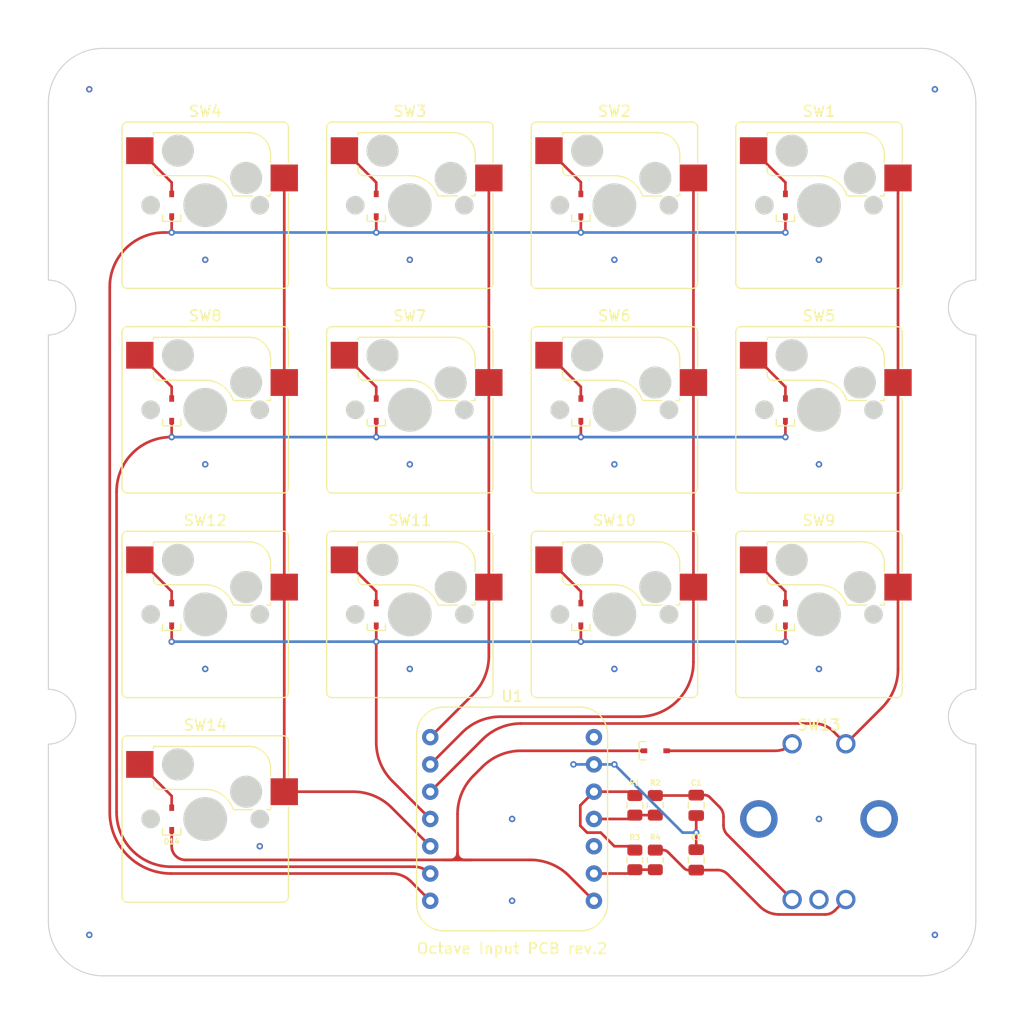
<source format=kicad_pcb>
(kicad_pcb (version 20211014) (generator pcbnew)
  (layers (0 "F.Cu" signal) (31 "B.Cu" signal) (34 "B.Paste" user) (35 "F.Paste" user) (36 "B.SilkS" user "B.Silkscreen") (37 "F.SilkS" user "F.Silkscreen") (38 "B.Mask" user) (39 "F.Mask" user) (44 "Edge.Cuts" user))
  (net 0 "")
  (net 1 "row0")
  (net 2 "row1")
  (net 3 "row2")
  (net 4 "row3")
  (net 5 "col0")
  (net 6 "col1")
  (net 7 "col2")
  (net 8 "col3")
  (net 9 "Net-(D1-Pad2)")
  (net 10 "Net-(D2-Pad2)")
  (net 11 "Net-(D3-Pad2)")
  (net 12 "Net-(D4-Pad2)")
  (net 13 "Net-(D5-Pad2)")
  (net 14 "Net-(D6-Pad2)")
  (net 15 "Net-(D7-Pad2)")
  (net 16 "Net-(D8-Pad2)")
  (net 17 "Net-(D9-Pad2)")
  (net 18 "Net-(D10-Pad2)")
  (net 19 "Net-(D11-Pad2)")
  (net 20 "Net-(D12-Pad2)")
  (net 21 "Net-(D14-Pad2)")
  (net 23 "SignalB")
  (net 24 "SignalA")
  (net 25 "+3V3")
  (net 26 "Net-(D13-Pad2)")
  (net 27 "A")
  (net 28 "B")
  (net 30 "GND")
  (footprint "Octave_Library:R_0805_2012Metric" (layer "F.Cu") (at 99.06 113.03 -90)
    (fp_text reference "R2" (at -2.1 0) (layer "F.SilkS") (effects (font (size 0.5 0.5) (thickness 0.1))))
    (fp_text value "10K")
    (pad "1" smd roundrect (at -0.9125 0 270) (size 1.025 1.4) (layers "F.Cu" "F.Paste" "F.Mask") (roundrect_rratio 0.243902) (net 28 "B"))
    (pad "2" smd roundrect (at 0.9125 0 270) (size 1.025 1.4) (layers "F.Cu" "F.Paste" "F.Mask") (roundrect_rratio 0.243902) (net 23 "SignalB"))
  )
  (footprint "Octave_Library:Adafruit_QT_Py_RP2040" (layer "F.Cu") (at 85.725 114.3)
    (fp_text reference "U1" (at 0 -11.43 unlocked) (layer "F.SilkS"))
    (fp_text value "Adafruit_QT_Py_RP2040")
    (pad "1" thru_hole circle (at -7.62 -7.62) (size 1.524 1.524) (drill 0.762) (layers *.Cu *.Mask) (net 7 "col2"))
    (pad "2" thru_hole circle (at -7.62 -5.08) (size 1.524 1.524) (drill 0.762) (layers *.Cu *.Mask) (net 6 "col1"))
    (pad "3" thru_hole circle (at -7.62 -2.54) (size 1.524 1.524) (drill 0.762) (layers *.Cu *.Mask) (net 5 "col0"))
    (pad "4" thru_hole circle (at -7.62 0) (size 1.524 1.524) (drill 0.762) (layers *.Cu *.Mask) (net 3 "row2"))
    (pad "5" thru_hole circle (at -7.62 2.54) (size 1.524 1.524) (drill 0.762) (layers *.Cu *.Mask) (net 8 "col3"))
    (pad "6" thru_hole circle (at -7.62 5.08) (size 1.524 1.524) (drill 0.762) (layers *.Cu *.Mask) (net 2 "row1"))
    (pad "7" thru_hole circle (at -7.62 7.62) (size 1.524 1.524) (drill 0.762) (layers *.Cu *.Mask) (net 1 "row0"))
    (pad "8" thru_hole circle (at 7.62 7.62) (size 1.524 1.524) (drill 0.762) (layers *.Cu *.Mask) (net 4 "row3"))
    (pad "9" thru_hole circle (at 7.62 5.08) (size 1.524 1.524) (drill 0.762) (layers *.Cu *.Mask) (net 24 "SignalA"))
    (pad "10" thru_hole circle (at 7.62 2.54) (size 1.524 1.524) (drill 0.762) (layers *.Cu *.Mask))
    (pad "11" thru_hole circle (at 7.62 0) (size 1.524 1.524) (drill 0.762) (layers *.Cu *.Mask) (net 23 "SignalB"))
    (pad "12" thru_hole circle (at 7.62 -2.54) (size 1.524 1.524) (drill 0.762) (layers *.Cu *.Mask) (net 25 "+3V3"))
    (pad "13" thru_hole circle (at 7.62 -5.08) (size 1.524 1.524) (drill 0.762) (layers *.Cu *.Mask) (net 30 "GND"))
    (pad "14" thru_hole circle (at 7.62 -7.62) (size 1.524 1.524) (drill 0.762) (layers *.Cu *.Mask))
  )
  (footprint "Octave_Library:Hot_Swap_Socket_CPG151101S11" (layer "F.Cu") (at 57.15 114.3)
    (fp_text reference "SW14" (at 0 -8.747 unlocked) (layer "F.SilkS"))
    (fp_text value "SW_Hot_Swap_Socket")
    (fp_circle (center 3.81 -2.54) (end 5.31 -2.54) (layer "Edge.Cuts") (width 0) (fill solid))
    (fp_circle (center 5.08 0) (end 5.9563 0) (layer "Edge.Cuts") (width 0) (fill solid))
    (fp_circle (center 0 0) (end 2.0447 0) (layer "Edge.Cuts") (width 0) (fill solid))
    (fp_circle (center -5.08 0) (end -4.2037 0) (layer "Edge.Cuts") (width 0) (fill solid))
    (fp_circle (center -2.54 -5.08) (end -1.04 -5.08) (layer "Edge.Cuts") (width 0) (fill solid))
    (pad "1" smd rect (at -6.09 -5.08) (size 2.55 2.5) (layers "F.Cu" "F.Paste" "F.Mask") (net 21 "Net-(D14-Pad2)"))
    (pad "2" smd rect (at 7.36 -2.54) (size 2.55 2.5) (layers "F.Cu" "F.Paste" "F.Mask") (net 8 "col3"))
  )
  (footprint "Octave_Library:Hot_Swap_Socket_CPG151101S11" (layer "F.Cu") (at 95.25 57.15)
    (fp_text reference "SW2" (at 0 -8.747 unlocked) (layer "F.SilkS"))
    (fp_text value "SW_Hot_Swap_Socket")
    (fp_circle (center 0 0) (end 2.0447 0) (layer "Edge.Cuts") (width 0) (fill solid))
    (fp_circle (center 3.81 -2.54) (end 5.31 -2.54) (layer "Edge.Cuts") (width 0) (fill solid))
    (fp_circle (center -2.54 -5.08) (end -1.04 -5.08) (layer "Edge.Cuts") (width 0) (fill solid))
    (fp_circle (center -5.08 0) (end -4.2037 0) (layer "Edge.Cuts") (width 0) (fill solid))
    (fp_circle (center 5.08 0) (end 5.9563 0) (layer "Edge.Cuts") (width 0) (fill solid))
    (pad "1" smd rect (at -6.09 -5.08) (size 2.55 2.5) (layers "F.Cu" "F.Paste" "F.Mask") (net 10 "Net-(D2-Pad2)"))
    (pad "2" smd rect (at 7.36 -2.54) (size 2.55 2.5) (layers "F.Cu" "F.Paste" "F.Mask") (net 6 "col1"))
  )
  (footprint "Octave_Library:C_0805_2012Metric" (layer "F.Cu") (at 102.87 118.11 -90)
    (fp_text reference "C2" (at -2.1 0) (layer "F.SilkS") (effects (font (size 0.5 0.5) (thickness 0.1))))
    (fp_text value "0.01u")
    (pad "1" smd roundrect (at -0.95 0 270) (size 1 1.45) (layers "F.Cu" "F.Paste" "F.Mask") (net 30 "GND"))
    (pad "2" smd roundrect (at 0.95 0 270) (size 1 1.45) (layers "F.Cu" "F.Paste" "F.Mask") (net 27 "A"))
  )
  (footprint "Octave_Library:D_SOD-323" (layer "F.Cu") (at 73.0758 57.15 90)
    (fp_text reference "D3" hide)
    (fp_text value "1N4148WS")
    (pad "1" smd rect (at -1.05 0 90) (size 0.6 0.45) (layers "F.Cu" "F.Paste" "F.Mask") (net 1 "row0"))
    (pad "2" smd rect (at 1.05 0 90) (size 0.6 0.45) (layers "F.Cu" "F.Paste" "F.Mask") (net 11 "Net-(D3-Pad2)"))
  )
  (footprint "Octave_Library:R_0805_2012Metric" (layer "F.Cu") (at 99.06 118.11 -90)
    (fp_text reference "R4" (at -2.1 0) (layer "F.SilkS") (effects (font (size 0.5 0.5) (thickness 0.1))))
    (fp_text value "10K")
    (pad "1" smd roundrect (at -0.9125 0 270) (size 1.025 1.4) (layers "F.Cu" "F.Paste" "F.Mask") (roundrect_rratio 0.243902) (net 27 "A"))
    (pad "2" smd roundrect (at 0.9125 0 270) (size 1.025 1.4) (layers "F.Cu" "F.Paste" "F.Mask") (roundrect_rratio 0.243902) (net 24 "SignalA"))
  )
  (footprint "Octave_Library:D_SOD-323" (layer "F.Cu") (at 54.0258 114.3 90)
    (fp_text reference "D14" (at -2.1 0 180) (layer "F.SilkS") (effects (font (size 0.5 0.5) (thickness 0.1))))
    (fp_text value "1N4148WS")
    (pad "1" smd rect (at -1.05 0 90) (size 0.6 0.45) (layers "F.Cu" "F.Paste" "F.Mask") (net 4 "row3"))
    (pad "2" smd rect (at 1.05 0 90) (size 0.6 0.45) (layers "F.Cu" "F.Paste" "F.Mask") (net 21 "Net-(D14-Pad2)"))
  )
  (footprint "Octave_Library:C_0805_2012Metric" (layer "F.Cu") (at 102.87 113.03 -90)
    (fp_text reference "C1" (at -2.1 0) (layer "F.SilkS") (effects (font (size 0.5 0.5) (thickness 0.1))))
    (fp_text value "0.01u")
    (pad "1" smd roundrect (at -0.95 0 270) (size 1 1.45) (layers "F.Cu" "F.Paste" "F.Mask") (net 28 "B"))
    (pad "2" smd roundrect (at 0.95 0 270) (size 1 1.45) (layers "F.Cu" "F.Paste" "F.Mask") (net 30 "GND"))
  )
  (footprint "Octave_Library:Hot_Swap_Socket_CPG151101S11" (layer "F.Cu") (at 95.25 95.25)
    (fp_text reference "SW10" (at 0 -8.747 unlocked) (layer "F.SilkS"))
    (fp_text value "SW_Hot_Swap_Socket")
    (fp_circle (center 5.08 0) (end 5.9563 0) (layer "Edge.Cuts") (width 0) (fill solid))
    (fp_circle (center 3.81 -2.54) (end 5.31 -2.54) (layer "Edge.Cuts") (width 0) (fill solid))
    (fp_circle (center 0 0) (end 2.0447 0) (layer "Edge.Cuts") (width 0) (fill solid))
    (fp_circle (center -2.54 -5.08) (end -1.04 -5.08) (layer "Edge.Cuts") (width 0) (fill solid))
    (fp_circle (center -5.08 0) (end -4.2037 0) (layer "Edge.Cuts") (width 0) (fill solid))
    (pad "1" smd rect (at -6.09 -5.08) (size 2.55 2.5) (layers "F.Cu" "F.Paste" "F.Mask") (net 18 "Net-(D10-Pad2)"))
    (pad "2" smd rect (at 7.36 -2.54) (size 2.55 2.5) (layers "F.Cu" "F.Paste" "F.Mask") (net 6 "col1"))
  )
  (footprint "Octave_Library:D_SOD-323" (layer "F.Cu") (at 99.06 107.95)
    (fp_text reference "D13" hide)
    (fp_text value "1N4148WS")
    (pad "1" smd rect (at -1.05 0) (size 0.6 0.45) (layers "F.Cu" "F.Paste" "F.Mask") (net 4 "row3"))
    (pad "2" smd rect (at 1.05 0) (size 0.6 0.45) (layers "F.Cu" "F.Paste" "F.Mask") (net 26 "Net-(D13-Pad2)"))
  )
  (footprint "Octave_Library:Hot_Swap_Socket_CPG151101S11" (layer "F.Cu") (at 57.15 76.2)
    (fp_text reference "SW8" (at 0 -8.747 unlocked) (layer "F.SilkS"))
    (fp_text value "SW_Hot_Swap_Socket")
    (fp_circle (center -2.54 -5.08) (end -1.04 -5.08) (layer "Edge.Cuts") (width 0) (fill solid))
    (fp_circle (center 3.81 -2.54) (end 5.31 -2.54) (layer "Edge.Cuts") (width 0) (fill solid))
    (fp_circle (center 0 0) (end 2.0447 0) (layer "Edge.Cuts") (width 0) (fill solid))
    (fp_circle (center -5.08 0) (end -4.2037 0) (layer "Edge.Cuts") (width 0) (fill solid))
    (fp_circle (center 5.08 0) (end 5.9563 0) (layer "Edge.Cuts") (width 0) (fill solid))
    (pad "1" smd rect (at -6.09 -5.08) (size 2.55 2.5) (layers "F.Cu" "F.Paste" "F.Mask") (net 16 "Net-(D8-Pad2)"))
    (pad "2" smd rect (at 7.36 -2.54) (size 2.55 2.5) (layers "F.Cu" "F.Paste" "F.Mask") (net 8 "col3"))
  )
  (footprint "Octave_Library:D_SOD-323" (layer "F.Cu") (at 54.0258 57.15 90)
    (fp_text reference "D4" hide)
    (fp_text value "1N4148WS")
    (pad "1" smd rect (at -1.05 0 90) (size 0.6 0.45) (layers "F.Cu" "F.Paste" "F.Mask") (net 1 "row0"))
    (pad "2" smd rect (at 1.05 0 90) (size 0.6 0.45) (layers "F.Cu" "F.Paste" "F.Mask") (net 12 "Net-(D4-Pad2)"))
  )
  (footprint "Octave_Library:Hot_Swap_Socket_CPG151101S11" (layer "F.Cu") (at 57.15 57.15)
    (fp_text reference "SW4" (at 0 -8.747 unlocked) (layer "F.SilkS"))
    (fp_text value "SW_Hot_Swap_Socket")
    (fp_circle (center 0 0) (end 2.0447 0) (layer "Edge.Cuts") (width 0) (fill solid))
    (fp_circle (center 5.08 0) (end 5.9563 0) (layer "Edge.Cuts") (width 0) (fill solid))
    (fp_circle (center -5.08 0) (end -4.2037 0) (layer "Edge.Cuts") (width 0) (fill solid))
    (fp_circle (center -2.54 -5.08) (end -1.04 -5.08) (layer "Edge.Cuts") (width 0) (fill solid))
    (fp_circle (center 3.81 -2.54) (end 5.31 -2.54) (layer "Edge.Cuts") (width 0) (fill solid))
    (pad "1" smd rect (at -6.09 -5.08) (size 2.55 2.5) (layers "F.Cu" "F.Paste" "F.Mask") (net 12 "Net-(D4-Pad2)"))
    (pad "2" smd rect (at 7.36 -2.54) (size 2.55 2.5) (layers "F.Cu" "F.Paste" "F.Mask") (net 8 "col3"))
  )
  (footprint "Octave_Library:Hot_Swap_Socket_CPG151101S11" (layer "F.Cu") (at 76.2 95.25)
    (fp_text reference "SW11" (at 0 -8.747 unlocked) (layer "F.SilkS"))
    (fp_text value "SW_Hot_Swap_Socket")
    (fp_circle (center 3.81 -2.54) (end 5.31 -2.54) (layer "Edge.Cuts") (width 0) (fill solid))
    (fp_circle (center -2.54 -5.08) (end -1.04 -5.08) (layer "Edge.Cuts") (width 0) (fill solid))
    (fp_circle (center -5.08 0) (end -4.2037 0) (layer "Edge.Cuts") (width 0) (fill solid))
    (fp_circle (center 5.08 0) (end 5.9563 0) (layer "Edge.Cuts") (width 0) (fill solid))
    (fp_circle (center 0 0) (end 2.0447 0) (layer "Edge.Cuts") (width 0) (fill solid))
    (pad "1" smd rect (at -6.09 -5.08) (size 2.55 2.5) (layers "F.Cu" "F.Paste" "F.Mask") (net 19 "Net-(D11-Pad2)"))
    (pad "2" smd rect (at 7.36 -2.54) (size 2.55 2.5) (layers "F.Cu" "F.Paste" "F.Mask") (net 7 "col2"))
  )
  (footprint "Octave_Library:D_SOD-323" (layer "F.Cu") (at 111.1758 57.15 90)
    (fp_text reference "D1" hide)
    (fp_text value "1N4148WS")
    (pad "1" smd rect (at -1.05 0 90) (size 0.6 0.45) (layers "F.Cu" "F.Paste" "F.Mask") (net 1 "row0"))
    (pad "2" smd rect (at 1.05 0 90) (size 0.6 0.45) (layers "F.Cu" "F.Paste" "F.Mask") (net 9 "Net-(D1-Pad2)"))
  )
  (footprint "Octave_Library:R_0805_2012Metric" (layer "F.Cu") (at 97.155 118.11 -90)
    (fp_text reference "R3" (at -2.1 0) (layer "F.SilkS") (effects (font (size 0.5 0.5) (thickness 0.1))))
    (fp_text value "10K")
    (pad "1" smd roundrect (at -0.9125 0 270) (size 1.025 1.4) (layers "F.Cu" "F.Paste" "F.Mask") (roundrect_rratio 0.243902) (net 25 "+3V3"))
    (pad "2" smd roundrect (at 0.9125 0 270) (size 1.025 1.4) (layers "F.Cu" "F.Paste" "F.Mask") (roundrect_rratio 0.243902) (net 24 "SignalA"))
  )
  (footprint "Octave_Library:D_SOD-323" (layer "F.Cu") (at 73.0758 76.2 90)
    (fp_text reference "D7" hide)
    (fp_text value "1N4148WS")
    (pad "1" smd rect (at -1.05 0 90) (size 0.6 0.45) (layers "F.Cu" "F.Paste" "F.Mask") (net 2 "row1"))
    (pad "2" smd rect (at 1.05 0 90) (size 0.6 0.45) (layers "F.Cu" "F.Paste" "F.Mask") (net 15 "Net-(D7-Pad2)"))
  )
  (footprint "Octave_Library:Hot_Swap_Socket_CPG151101S11" (layer "F.Cu") (at 114.3 57.15)
    (fp_text reference "SW1" (at 0 -8.747 unlocked) (layer "F.SilkS"))
    (fp_text value "SW_Hot_Swap_Socket")
    (fp_circle (center -5.08 0) (end -4.2037 0) (layer "Edge.Cuts") (width 0) (fill solid))
    (fp_circle (center -2.54 -5.08) (end -1.04 -5.08) (layer "Edge.Cuts") (width 0) (fill solid))
    (fp_circle (center 5.08 0) (end 5.9563 0) (layer "Edge.Cuts") (width 0) (fill solid))
    (fp_circle (center 0 0) (end 2.0447 0) (layer "Edge.Cuts") (width 0) (fill solid))
    (fp_circle (center 3.81 -2.54) (end 5.31 -2.54) (layer "Edge.Cuts") (width 0) (fill solid))
    (pad "1" smd rect (at -6.09 -5.08) (size 2.55 2.5) (layers "F.Cu" "F.Paste" "F.Mask") (net 9 "Net-(D1-Pad2)"))
    (pad "2" smd rect (at 7.36 -2.54) (size 2.55 2.5) (layers "F.Cu" "F.Paste" "F.Mask") (net 5 "col0"))
  )
  (footprint "Octave_Library:Hot_Swap_Socket_CPG151101S11" (layer "F.Cu") (at 76.2 57.15)
    (fp_text reference "SW3" (at 0 -8.747 unlocked) (layer "F.SilkS"))
    (fp_text value "SW_Hot_Swap_Socket")
    (fp_circle (center 3.81 -2.54) (end 5.31 -2.54) (layer "Edge.Cuts") (width 0) (fill solid))
    (fp_circle (center 0 0) (end 2.0447 0) (layer "Edge.Cuts") (width 0) (fill solid))
    (fp_circle (center -5.08 0) (end -4.2037 0) (layer "Edge.Cuts") (width 0) (fill solid))
    (fp_circle (center 5.08 0) (end 5.9563 0) (layer "Edge.Cuts") (width 0) (fill solid))
    (fp_circle (center -2.54 -5.08) (end -1.04 -5.08) (layer "Edge.Cuts") (width 0) (fill solid))
    (pad "1" smd rect (at -6.09 -5.08) (size 2.55 2.5) (layers "F.Cu" "F.Paste" "F.Mask") (net 11 "Net-(D3-Pad2)"))
    (pad "2" smd rect (at 7.36 -2.54) (size 2.55 2.5) (layers "F.Cu" "F.Paste" "F.Mask") (net 7 "col2"))
  )
  (footprint "Octave_Library:Hot_Swap_Socket_CPG151101S11" (layer "F.Cu") (at 114.3 76.2)
    (fp_text reference "SW5" (at 0 -8.747 unlocked) (layer "F.SilkS"))
    (fp_text value "SW_Hot_Swap_Socket")
    (fp_circle (center -5.08 0) (end -4.2037 0) (layer "Edge.Cuts") (width 0) (fill solid))
    (fp_circle (center 5.08 0) (end 5.9563 0) (layer "Edge.Cuts") (width 0) (fill solid))
    (fp_circle (center 3.81 -2.54) (end 5.31 -2.54) (layer "Edge.Cuts") (width 0) (fill solid))
    (fp_circle (center 0 0) (end 2.0447 0) (layer "Edge.Cuts") (width 0) (fill solid))
    (fp_circle (center -2.54 -5.08) (end -1.04 -5.08) (layer "Edge.Cuts") (width 0) (fill solid))
    (pad "1" smd rect (at -6.09 -5.08) (size 2.55 2.5) (layers "F.Cu" "F.Paste" "F.Mask") (net 13 "Net-(D5-Pad2)"))
    (pad "2" smd rect (at 7.36 -2.54) (size 2.55 2.5) (layers "F.Cu" "F.Paste" "F.Mask") (net 5 "col0"))
  )
  (footprint "Octave_Library:Hot_Swap_Socket_CPG151101S11" (layer "F.Cu") (at 95.25 76.2)
    (fp_text reference "SW6" (at 0 -8.747 unlocked) (layer "F.SilkS"))
    (fp_text value "SW_Hot_Swap_Socket")
    (fp_circle (center -5.08 0) (end -4.2037 0) (layer "Edge.Cuts") (width 0) (fill solid))
    (fp_circle (center 0 0) (end 2.0447 0) (layer "Edge.Cuts") (width 0) (fill solid))
    (fp_circle (center -2.54 -5.08) (end -1.04 -5.08) (layer "Edge.Cuts") (width 0) (fill solid))
    (fp_circle (center 5.08 0) (end 5.9563 0) (layer "Edge.Cuts") (width 0) (fill solid))
    (fp_circle (center 3.81 -2.54) (end 5.31 -2.54) (layer "Edge.Cuts") (width 0) (fill solid))
    (pad "1" smd rect (at -6.09 -5.08) (size 2.55 2.5) (layers "F.Cu" "F.Paste" "F.Mask") (net 14 "Net-(D6-Pad2)"))
    (pad "2" smd rect (at 7.36 -2.54) (size 2.55 2.5) (layers "F.Cu" "F.Paste" "F.Mask") (net 6 "col1"))
  )
  (footprint "Octave_Library:D_SOD-323" (layer "F.Cu") (at 111.1758 76.2 90)
    (fp_text reference "D5" hide)
    (fp_text value "1N4148WS")
    (pad "1" smd rect (at -1.05 0 90) (size 0.6 0.45) (layers "F.Cu" "F.Paste" "F.Mask") (net 2 "row1"))
    (pad "2" smd rect (at 1.05 0 90) (size 0.6 0.45) (layers "F.Cu" "F.Paste" "F.Mask") (net 13 "Net-(D5-Pad2)"))
  )
  (footprint "Octave_Library:D_SOD-323" (layer "F.Cu") (at 54.0258 76.2 90)
    (fp_text reference "D8" hide)
    (fp_text value "1N4148WS")
    (pad "1" smd rect (at -1.05 0 90) (size 0.6 0.45) (layers "F.Cu" "F.Paste" "F.Mask") (net 2 "row1"))
    (pad "2" smd rect (at 1.05 0 90) (size 0.6 0.45) (layers "F.Cu" "F.Paste" "F.Mask") (net 16 "Net-(D8-Pad2)"))
  )
  (footprint "Octave_Library:D_SOD-323" (layer "F.Cu") (at 92.1258 76.2 90)
    (fp_text reference "D6" hide)
    (fp_text value "1N4148WS")
    (pad "1" smd rect (at -1.05 0 90) (size 0.6 0.45) (layers "F.Cu" "F.Paste" "F.Mask") (net 2 "row1"))
    (pad "2" smd rect (at 1.05 0 90) (size 0.6 0.45) (layers "F.Cu" "F.Paste" "F.Mask") (net 14 "Net-(D6-Pad2)"))
  )
  (footprint "Octave_Library:D_SOD-323" (layer "F.Cu") (at 73.0758 95.25 90)
    (fp_text reference "D11" hide)
    (fp_text value "1N4148WS")
    (pad "1" smd rect (at -1.05 0 90) (size 0.6 0.45) (layers "F.Cu" "F.Paste" "F.Mask") (net 3 "row2"))
    (pad "2" smd rect (at 1.05 0 90) (size 0.6 0.45) (layers "F.Cu" "F.Paste" "F.Mask") (net 19 "Net-(D11-Pad2)"))
  )
  (footprint "Octave_Library:D_SOD-323" (layer "F.Cu") (at 54.0258 95.25 90)
    (fp_text reference "D12" hide)
    (fp_text value "1N4148WS")
    (pad "1" smd rect (at -1.05 0 90) (size 0.6 0.45) (layers "F.Cu" "F.Paste" "F.Mask") (net 3 "row2"))
    (pad "2" smd rect (at 1.05 0 90) (size 0.6 0.45) (layers "F.Cu" "F.Paste" "F.Mask") (net 20 "Net-(D12-Pad2)"))
  )
  (footprint "Octave_Library:Hot_Swap_Socket_CPG151101S11" (layer "F.Cu") (at 76.2 76.2)
    (fp_text reference "SW7" (at 0 -8.747 unlocked) (layer "F.SilkS"))
    (fp_text value "SW_Hot_Swap_Socket")
    (fp_circle (center -2.54 -5.08) (end -1.04 -5.08) (layer "Edge.Cuts") (width 0) (fill solid))
    (fp_circle (center 0 0) (end 2.0447 0) (layer "Edge.Cuts") (width 0) (fill solid))
    (fp_circle (center 3.81 -2.54) (end 5.31 -2.54) (layer "Edge.Cuts") (width 0) (fill solid))
    (fp_circle (center -5.08 0) (end -4.2037 0) (layer "Edge.Cuts") (width 0) (fill solid))
    (fp_circle (center 5.08 0) (end 5.9563 0) (layer "Edge.Cuts") (width 0) (fill solid))
    (pad "1" smd rect (at -6.09 -5.08) (size 2.55 2.5) (layers "F.Cu" "F.Paste" "F.Mask") (net 15 "Net-(D7-Pad2)"))
    (pad "2" smd rect (at 7.36 -2.54) (size 2.55 2.5) (layers "F.Cu" "F.Paste" "F.Mask") (net 7 "col2"))
  )
  (footprint "Octave_Library:Hot_Swap_Socket_CPG151101S11" (layer "F.Cu") (at 114.3 95.25)
    (fp_text reference "SW9" (at 0 -8.747 unlocked) (layer "F.SilkS"))
    (fp_text value "SW_Hot_Swap_Socket")
    (fp_circle (center 5.08 0) (end 5.9563 0) (layer "Edge.Cuts") (width 0) (fill solid))
    (fp_circle (center -2.54 -5.08) (end -1.04 -5.08) (layer "Edge.Cuts") (width 0) (fill solid))
    (fp_circle (center 0 0) (end 2.0447 0) (layer "Edge.Cuts") (width 0) (fill solid))
    (fp_circle (center -5.08 0) (end -4.2037 0) (layer "Edge.Cuts") (width 0) (fill solid))
    (fp_circle (center 3.81 -2.54) (end 5.31 -2.54) (layer "Edge.Cuts") (width 0) (fill solid))
    (pad "1" smd rect (at -6.09 -5.08) (size 2.55 2.5) (layers "F.Cu" "F.Paste" "F.Mask") (net 17 "Net-(D9-Pad2)"))
    (pad "2" smd rect (at 7.36 -2.54) (size 2.55 2.5) (layers "F.Cu" "F.Paste" "F.Mask") (net 5 "col0"))
  )
  (footprint "Octave_Library:Hot_Swap_Socket_CPG151101S11" (layer "F.Cu") (at 57.15 95.25)
    (fp_text reference "SW12" (at 0 -8.747 unlocked) (layer "F.SilkS"))
    (fp_text value "SW_Hot_Swap_Socket")
    (fp_circle (center -2.54 -5.08) (end -1.04 -5.08) (layer "Edge.Cuts") (width 0) (fill solid))
    (fp_circle (center 5.08 0) (end 5.9563 0) (layer "Edge.Cuts") (width 0) (fill solid))
    (fp_circle (center -5.08 0) (end -4.2037 0) (layer "Edge.Cuts") (width 0) (fill solid))
    (fp_circle (center 3.81 -2.54) (end 5.31 -2.54) (layer "Edge.Cuts") (width 0) (fill solid))
    (fp_circle (center 0 0) (end 2.0447 0) (layer "Edge.Cuts") (width 0) (fill solid))
    (pad "1" smd rect (at -6.09 -5.08) (size 2.55 2.5) (layers "F.Cu" "F.Paste" "F.Mask") (net 20 "Net-(D12-Pad2)"))
    (pad "2" smd rect (at 7.36 -2.54) (size 2.55 2.5) (layers "F.Cu" "F.Paste" "F.Mask") (net 8 "col3"))
  )
  (footprint "Octave_Library:D_SOD-323" (layer "F.Cu") (at 92.1258 57.15 90)
    (fp_text reference "D2" hide)
    (fp_text value "1N4148WS")
    (pad "1" smd rect (at -1.05 0 90) (size 0.6 0.45) (layers "F.Cu" "F.Paste" "F.Mask") (net 1 "row0"))
    (pad "2" smd rect (at 1.05 0 90) (size 0.6 0.45) (layers "F.Cu" "F.Paste" "F.Mask") (net 10 "Net-(D2-Pad2)"))
  )
  (footprint "Octave_Library:D_SOD-323" (layer "F.Cu") (at 111.1758 95.25 90)
    (fp_text reference "D9" hide)
    (fp_text value "1N4148WS")
    (pad "1" smd rect (at -1.05 0 90) (size 0.6 0.45) (layers "F.Cu" "F.Paste" "F.Mask") (net 3 "row2"))
    (pad "2" smd rect (at 1.05 0 90) (size 0.6 0.45) (layers "F.Cu" "F.Paste" "F.Mask") (net 17 "Net-(D9-Pad2)"))
  )
  (footprint "Octave_Library:D_SOD-323" (layer "F.Cu") (at 92.1258 95.25 90)
    (fp_text reference "D10" hide)
    (fp_text value "1N4148WS")
    (pad "1" smd rect (at -1.05 0 90) (size 0.6 0.45) (layers "F.Cu" "F.Paste" "F.Mask") (net 3 "row2"))
    (pad "2" smd rect (at 1.05 0 90) (size 0.6 0.45) (layers "F.Cu" "F.Paste" "F.Mask") (net 18 "Net-(D10-Pad2)"))
  )
  (footprint "Octave_Library:R_0805_2012Metric" (layer "F.Cu") (at 97.155 113.03 -90)
    (fp_text reference "R1" (at -2.1 0) (layer "F.SilkS") (effects (font (size 0.5 0.5) (thickness 0.1))))
    (fp_text value "10K")
    (pad "1" smd roundrect (at -0.9125 0 270) (size 1.025 1.4) (layers "F.Cu" "F.Paste" "F.Mask") (roundrect_rratio 0.243902) (net 25 "+3V3"))
    (pad "2" smd roundrect (at 0.9125 0 270) (size 1.025 1.4) (layers "F.Cu" "F.Paste" "F.Mask") (roundrect_rratio 0.243902) (net 23 "SignalB"))
  )
  (footprint "MountingHole:MountingHole_2.2mm_M2" (layer "B.Cu") (at 66.675 123.825 180)
    (fp_text reference "REF**" hide)
    (fp_text value "MountingHole_2.2mm_M2")
    (pad "" np_thru_hole circle (at 0 0 180) (size 2.2 2.2) (drill 2.2) (layers *.Cu *.Mask))
  )
  (footprint "MountingHole:MountingHole_2.2mm_M2" (layer "B.Cu") (at 104.775 47.625 180)
    (fp_text reference "REF**" hide)
    (fp_text value "MountingHole_2.2mm_M2")
    (pad "" np_thru_hole circle (at 0 0 180) (size 2.2 2.2) (drill 2.2) (layers *.Cu *.Mask))
  )
  (footprint "MountingHole:MountingHole_2.2mm_M2" (layer "B.Cu") (at 66.675 47.625 180)
    (fp_text reference "REF**" hide)
    (fp_text value "MountingHole_2.2mm_M2")
    (pad "" np_thru_hole circle (at 0 0 180) (size 2.2 2.2) (drill 2.2) (layers *.Cu *.Mask))
  )
  (footprint "Octave_Library:Incremental_Encoder_PEC12R-4xxxF-Sxxxx" (layer "B.Cu") (at 114.3 114.3 180)
    (fp_text reference "SW13" (at 0 8.747 unlocked) (layer "F.SilkS"))
    (fp_text value "Bourns_PEC12R-4xxxF-Sxxx")
    (pad "1" thru_hole circle (at -2.5 7 180) (size 1.8 1.8) (drill 1.2) (layers *.Cu *.Mask) (net 5 "col0"))
    (pad "2" thru_hole circle (at 2.5 7 180) (size 1.8 1.8) (drill 1.2) (layers *.Cu *.Mask) (net 26 "Net-(D13-Pad2)"))
    (pad "3" thru_hole circle (at -2.5 -7.5 180) (size 1.8 1.8) (drill 1.2) (layers *.Cu *.Mask) (net 27 "A"))
    (pad "4" thru_hole circle (at 0 -7.5 180) (size 1.8 1.8) (drill 1.2) (layers *.Cu *.Mask) (net 30 "GND"))
    (pad "5" thru_hole circle (at 2.5 -7.5 180) (size 1.8 1.8) (drill 1.2) (layers *.Cu *.Mask) (net 28 "B"))
    (pad "MH1" thru_hole circle (at 5.6 0 180) (size 3.5 3.5) (drill 2.3) (layers *.Cu *.Mask))
    (pad "MH2" thru_hole circle (at -5.6 0 180) (size 3.5 3.5) (drill 2.3) (layers *.Cu *.Mask))
  )
  (footprint "MountingHole:MountingHole_2.2mm_M2" (layer "B.Cu") (at 66.675 85.725 180)
    (fp_text reference "REF**" hide)
    (fp_text value "MountingHole_2.2mm_M2")
    (pad "" np_thru_hole circle (at 0 0 180) (size 2.2 2.2) (drill 2.2) (layers *.Cu *.Mask))
  )
  (footprint "MountingHole:MountingHole_2.2mm_M2" (layer "B.Cu") (at 104.775 85.725 180)
    (fp_text reference "REF**" hide)
    (fp_text value "MountingHole_2.2mm_M2")
    (pad "" np_thru_hole circle (at 0 0 180) (size 2.2 2.2) (drill 2.2) (layers *.Cu *.Mask))
  )
  (footprint "MountingHole:MountingHole_2.2mm_M2" (layer "B.Cu") (at 104.775 123.825 180)
    (fp_text reference "REF**" hide)
    (fp_text value "MountingHole_2.2mm_M2")
    (pad "" np_thru_hole circle (at 0 0 180) (size 2.2 2.2) (drill 2.2) (layers *.Cu *.Mask))
  )
  (gr_line (start 42.545 69.225) (end 42.545 102.225) (layer "Edge.Cuts") (width 0.1))
  (gr_line (start 47.625 128.905) (end 123.825 128.905) (layer "Edge.Cuts") (width 0.1))
  (gr_line (start 128.905 102.225) (end 128.905 69.225) (layer "Edge.Cuts") (width 0.1))
  (gr_arc (start 42.545 102.225) (mid 45.095 104.775) (end 42.545 107.325) (layer "Edge.Cuts") (width 0.1))
  (gr_arc (start 47.625 128.905) (mid 44.032898 127.417102) (end 42.545 123.825) (layer "Edge.Cuts") (width 0.1))
  (gr_line (start 123.825 42.545) (end 47.625 42.545) (layer "Edge.Cuts") (width 0.1))
  (gr_arc (start 128.905 123.825) (mid 127.417102 127.417102) (end 123.825 128.905) (layer "Edge.Cuts") (width 0.1))
  (gr_line (start 128.905 123.825) (end 128.905 107.325) (layer "Edge.Cuts") (width 0.1))
  (gr_arc (start 42.545 47.625) (mid 44.032898 44.032898) (end 47.625 42.545) (layer "Edge.Cuts") (width 0.1))
  (gr_arc (start 123.825 42.545) (mid 127.417102 44.032898) (end 128.905 47.625) (layer "Edge.Cuts") (width 0.1))
  (gr_arc (start 128.905 107.325) (mid 126.355 104.775) (end 128.905 102.225) (layer "Edge.Cuts") (width 0.1))
  (gr_line (start 128.905 64.125) (end 128.905 47.625) (layer "Edge.Cuts") (width 0.1))
  (gr_arc (start 42.545 64.125) (mid 45.095 66.675) (end 42.545 69.225) (layer "Edge.Cuts") (width 0.1))
  (gr_line (start 42.545 47.625) (end 42.545 64.125) (layer "Edge.Cuts") (width 0.1))
  (gr_line (start 42.545 107.325) (end 42.545 123.825) (layer "Edge.Cuts") (width 0.1))
  (gr_arc (start 128.905 69.225) (mid 126.355 66.675) (end 128.905 64.125) (layer "Edge.Cuts") (width 0.1))
  (gr_text "Octave Input PCB rev.2" (at 85.725 126.365) (layer "F.SilkS") (effects (font (size 1 1))))
  (segment (start 53.34 59.69) (end 54.0258 59.69) (width 0.25) (layer "F.Cu") (net 1))
  (segment (start 111.1758 58.2) (end 111.1758 59.69) (width 0.25) (layer "F.Cu") (net 1))
  (segment (start 92.1258 58.2) (end 92.1258 59.69) (width 0.25) (layer "F.Cu") (net 1))
  (segment (start 48.26 113.665) (end 48.26 64.77) (width 0.25) (layer "F.Cu") (net 1))
  (segment (start 73.0758 58.2) (end 73.0758 59.69) (width 0.25) (layer "F.Cu") (net 1))
  (segment (start 54.0258 58.2) (end 54.0258 59.69) (width 0.25) (layer "F.Cu") (net 1))
  (segment (start 74.512898 119.38) (end 53.975 119.38) (width 0.25) (layer "F.Cu") (net 1))
  (segment (start 78.105 121.92) (end 76.308949 120.123949) (width 0.25) (layer "F.Cu") (net 1))
  (via (at 111.1758 59.69) (size 0.6) (drill 0.3) (layers "F.Cu" "B.Cu") (net 1))
  (via (at 92.1258 59.69) (size 0.6) (drill 0.3) (layers "F.Cu" "B.Cu") (net 1))
  (via (at 54.0258 59.69) (size 0.6) (drill 0.3) (layers "F.Cu" "B.Cu") (net 1))
  (via (at 73.0758 59.69) (size 0.6) (drill 0.3) (layers "F.Cu" "B.Cu") (net 1))
  (arc (start 48.26 64.77) (mid 49.747898 61.177898) (end 53.34 59.69) (width 0.25) (layer "F.Cu") (net 1))
  (arc (start 53.975 119.38) (mid 49.933885 117.706115) (end 48.26 113.665) (width 0.25) (layer "F.Cu") (net 1))
  (arc (start 76.308949 120.123949) (mid 75.484914 119.573346) (end 74.512898 119.38) (width 0.25) (layer "F.Cu") (net 1))
  (segment (start 111.1758 59.69) (end 54.0258 59.69) (width 0.25) (layer "B.Cu") (net 1))
  (segment (start 111.1758 77.25) (end 111.1758 78.74) (width 0.25) (layer "F.Cu") (net 2))
  (segment (start 54.0258 78.74) (end 53.975 78.74) (width 0.25) (layer "F.Cu") (net 2))
  (segment (start 48.895 83.82) (end 48.895 113.665) (width 0.25) (layer "F.Cu") (net 2))
  (segment (start 53.975 118.745) (end 76.571975 118.745) (width 0.25) (layer "F.Cu") (net 2))
  (segment (start 73.0758 77.25) (end 73.0758 78.74) (width 0.25) (layer "F.Cu") (net 2))
  (segment (start 92.1258 77.25) (end 92.1258 78.74) (width 0.25) (layer "F.Cu") (net 2))
  (segment (start 54.0258 78.74) (end 54.0258 77.25) (width 0.25) (layer "F.Cu") (net 2))
  (via (at 54.0258 78.74) (size 0.6) (drill 0.3) (layers "F.Cu" "B.Cu") (net 2))
  (via (at 73.0758 78.74) (size 0.6) (drill 0.3) (layers "F.Cu" "B.Cu") (net 2))
  (via (at 92.1258 78.74) (size 0.6) (drill 0.3) (layers "F.Cu" "B.Cu") (net 2))
  (via (at 111.1758 78.74) (size 0.6) (drill 0.3) (layers "F.Cu" "B.Cu") (net 2))
  (arc (start 53.975 78.74) (mid 50.382898 80.227898) (end 48.895 83.82) (width 0.25) (layer "F.Cu") (net 2))
  (arc (start 76.571975 118.745) (mid 77.401642 118.910031) (end 78.105 119.38) (width 0.25) (layer "F.Cu") (net 2))
  (arc (start 48.895 113.665) (mid 50.382898 117.257102) (end 53.975 118.745) (width 0.25) (layer "F.Cu") (net 2))
  (segment (start 111.1758 78.74) (end 54.0258 78.74) (width 0.25) (layer "B.Cu") (net 2))
  (segment (start 73.0758 97.79) (end 73.0758 107.166595) (width 0.25) (layer "F.Cu") (net 3))
  (segment (start 74.563698 110.758698) (end 78.105 114.3) (width 0.25) (layer "F.Cu") (net 3))
  (segment (start 92.1258 96.3) (end 92.1258 97.79) (width 0.25) (layer "F.Cu") (net 3))
  (segment (start 111.1758 96.3) (end 111.1758 97.79) (width 0.25) (layer "F.Cu") (net 3))
  (segment (start 54.0258 97.79) (end 54.0258 96.3) (width 0.25) (layer "F.Cu") (net 3))
  (segment (start 73.0758 96.3) (end 73.0758 97.79) (width 0.25) (layer "F.Cu") (net 3))
  (via (at 111.1758 97.79) (size 0.6) (drill 0.3) (layers "F.Cu" "B.Cu") (net 3))
  (via (at 73.0758 97.79) (size 0.6) (drill 0.3) (layers "F.Cu" "B.Cu") (net 3))
  (via (at 54.0258 97.79) (size 0.6) (drill 0.3) (layers "F.Cu" "B.Cu") (net 3))
  (via (at 92.1258 97.79) (size 0.6) (drill 0.3) (layers "F.Cu" "B.Cu") (net 3))
  (arc (start 74.563698 110.758698) (mid 73.462492 109.110627) (end 73.0758 107.166595) (width 0.25) (layer "F.Cu") (net 3))
  (segment (start 54.0258 97.79) (end 111.1758 97.79) (width 0.25) (layer "B.Cu") (net 3))
  (segment (start 98.01 107.95) (end 86.559205 107.95) (width 0.25) (layer "F.Cu") (net 4))
  (segment (start 81.28 118.11) (end 81.915 118.11) (width 0.25) (layer "F.Cu") (net 4))
  (segment (start 54.0258 116.84) (end 54.0258 115.35) (width 0.25) (layer "F.Cu") (net 4))
  (segment (start 81.915 118.11) (end 87.430795 118.11) (width 0.25) (layer "F.Cu") (net 4))
  (segment (start 80.645 117.475) (end 80.645 118.11) (width 0.25) (layer "F.Cu") (net 4))
  (segment (start 80.645 113.864205) (end 80.645 117.475) (width 0.25) (layer "F.Cu") (net 4))
  (segment (start 55.2958 118.11) (end 79.375 118.11) (width 0.25) (layer "F.Cu") (net 4))
  (segment (start 91.022898 119.597898) (end 93.345 121.92) (width 0.25) (layer "F.Cu") (net 4))
  (segment (start 80.01 118.11) (end 79.375 118.11) (width 0.25) (layer "F.Cu") (net 4))
  (segment (start 82.967102 109.437898) (end 82.132897 110.272103) (width 0.25) (layer "F.Cu") (net 4))
  (segment (start 80.645 118.11) (end 81.915 118.11) (width 0.25) (layer "F.Cu") (net 4))
  (segment (start 79.375 118.11) (end 80.645 118.11) (width 0.25) (layer "F.Cu") (net 4))
  (arc (start 80.645 117.475) (mid 80.830987 117.924013) (end 81.28 118.11) (width 0.25) (layer "F.Cu") (net 4))
  (arc (start 55.2958 118.11) (mid 54.397774 117.738026) (end 54.0258 116.84) (width 0.25) (layer "F.Cu") (net 4))
  (arc (start 82.132897 110.272103) (mid 81.031692 111.920173) (end 80.645 113.864205) (width 0.25) (layer "F.Cu") (net 4))
  (arc (start 91.022898 119.597898) (mid 89.374827 118.496692) (end 87.430795 118.11) (width 0.25) (layer "F.Cu") (net 4))
  (arc (start 80.645 117.475) (mid 80.459013 117.924013) (end 80.01 118.11) (width 0.25) (layer "F.Cu") (net 4))
  (arc (start 86.559205 107.95) (mid 84.615173 108.336692) (end 82.967102 109.437898) (width 0.25) (layer "F.Cu") (net 4))
  (segment (start 121.66 73.66) (end 121.66 92.71) (width 0.25) (layer "F.Cu") (net 5))
  (segment (start 78.105 111.76) (end 82.967103 106.897897) (width 0.25) (layer "F.Cu") (net 5))
  (segment (start 116.796519 107.3) (end 116.8 107.3) (width 0.25) (layer "F.Cu") (net 5))
  (segment (start 120.172102 103.927898) (end 116.8 107.3) (width 0.25) (layer "F.Cu") (net 5))
  (segment (start 115.534603 106.038084) (end 116.796519 107.3) (width 0.25) (layer "F.Cu") (net 5))
  (segment (start 121.66 92.71) (end 121.66 100.335795) (width 0.25) (layer "F.Cu") (net 5))
  (segment (start 121.66 54.61) (end 121.66 73.66) (width 0.25) (layer "F.Cu") (net 5))
  (segment (start 86.559205 105.41) (end 113.857898 105.41) (width 0.25) (layer "F.Cu") (net 5))
  (arc (start 121.66 100.335795) (mid 121.273308 102.279827) (end 120.172102 103.927898) (width 0.25) (layer "F.Cu") (net 5))
  (arc (start 113.857898 105.41) (mid 114.752613 105.572799) (end 115.534603 106.038084) (width 0.25) (layer "F.Cu") (net 5))
  (arc (start 82.967103 106.897897) (mid 84.615173 105.796692) (end 86.559205 105.41) (width 0.25) (layer "F.Cu") (net 5))
  (segment (start 81.062102 106.262898) (end 78.105 109.22) (width 0.25) (layer "F.Cu") (net 6))
  (segment (start 97.53 104.775) (end 84.654205 104.775) (width 0.25) (layer "F.Cu") (net 6))
  (segment (start 102.61 92.71) (end 102.61 99.695) (width 0.25) (layer "F.Cu") (net 6))
  (segment (start 102.61 54.61) (end 102.61 92.71) (width 0.25) (layer "F.Cu") (net 6))
  (arc (start 102.61 99.695) (mid 101.122102 103.287102) (end 97.53 104.775) (width 0.25) (layer "F.Cu") (net 6))
  (arc (start 84.654205 104.775) (mid 82.710173 105.161692) (end 81.062102 106.262898) (width 0.25) (layer "F.Cu") (net 6))
  (segment (start 83.56 92.71) (end 83.56 99.120795) (width 0.25) (layer "F.Cu") (net 7))
  (segment (start 83.56 54.61) (end 83.56 92.71) (width 0.25) (layer "F.Cu") (net 7))
  (segment (start 82.072102 102.712898) (end 78.105 106.68) (width 0.25) (layer "F.Cu") (net 7))
  (arc (start 83.56 99.120795) (mid 83.173308 101.064827) (end 82.072102 102.712898) (width 0.25) (layer "F.Cu") (net 7))
  (segment (start 74.512898 113.247898) (end 78.105 116.84) (width 0.25) (layer "F.Cu") (net 8))
  (segment (start 64.51 111.76) (end 70.920795 111.76) (width 0.25) (layer "F.Cu") (net 8))
  (segment (start 64.51 54.61) (end 64.51 105.029) (width 0.25) (layer "F.Cu") (net 8))
  (segment (start 64.51 105.029) (end 64.51 111.76) (width 0.25) (layer "F.Cu") (net 8))
  (arc (start 74.512898 113.247898) (mid 72.864827 112.146692) (end 70.920795 111.76) (width 0.25) (layer "F.Cu") (net 8))
  (segment (start 111.1758 56.12) (end 111.1758 55.0308) (width 0.25) (layer "F.Cu") (net 9))
  (segment (start 109.485 53.34) (end 108.21 52.09) (width 0.25) (layer "F.Cu") (net 9))
  (segment (start 111.1758 55.0308) (end 109.485 53.34) (width 0.25) (layer "F.Cu") (net 9))
  (segment (start 92.1258 55.0108) (end 90.435 53.32) (width 0.25) (layer "F.Cu") (net 10))
  (segment (start 90.435 53.32) (end 89.16 52.07) (width 0.25) (layer "F.Cu") (net 10))
  (segment (start 92.1258 56.1) (end 92.1258 55.0108) (width 0.25) (layer "F.Cu") (net 10))
  (segment (start 73.0758 56.12) (end 73.0758 55.0308) (width 0.25) (layer "F.Cu") (net 11))
  (segment (start 71.385 53.34) (end 70.11 52.09) (width 0.25) (layer "F.Cu") (net 11))
  (segment (start 73.0758 55.0308) (end 71.385 53.34) (width 0.25) (layer "F.Cu") (net 11))
  (segment (start 52.335 53.34) (end 51.06 52.09) (width 0.25) (layer "F.Cu") (net 12))
  (segment (start 54.0258 56.12) (end 54.0258 55.0308) (width 0.25) (layer "F.Cu") (net 12))
  (segment (start 54.0258 55.0308) (end 52.335 53.34) (width 0.25) (layer "F.Cu") (net 12))
  (segment (start 109.485 72.37) (end 108.21 71.12) (width 0.25) (layer "F.Cu") (net 13))
  (segment (start 111.1758 75.15) (end 111.1758 74.0608) (width 0.25) (layer "F.Cu") (net 13))
  (segment (start 111.1758 74.0608) (end 109.485 72.37) (width 0.25) (layer "F.Cu") (net 13))
  (segment (start 92.1258 75.15) (end 92.1258 74.0608) (width 0.25) (layer "F.Cu") (net 14))
  (segment (start 90.435 72.37) (end 89.16 71.12) (width 0.25) (layer "F.Cu") (net 14))
  (segment (start 92.1258 74.0608) (end 90.435 72.37) (width 0.25) (layer "F.Cu") (net 14))
  (segment (start 73.0758 75.15) (end 73.0758 74.0608) (width 0.25) (layer "F.Cu") (net 15))
  (segment (start 71.385 72.37) (end 70.11 71.12) (width 0.25) (layer "F.Cu") (net 15))
  (segment (start 73.0758 74.0608) (end 71.385 72.37) (width 0.25) (layer "F.Cu") (net 15))
  (segment (start 54.0258 74.0608) (end 52.335 72.37) (width 0.25) (layer "F.Cu") (net 16))
  (segment (start 54.0258 75.15) (end 54.0258 74.0608) (width 0.25) (layer "F.Cu") (net 16))
  (segment (start 52.335 72.37) (end 51.06 71.12) (width 0.25) (layer "F.Cu") (net 16))
  (segment (start 111.1758 93.1108) (end 109.485 91.42) (width 0.25) (layer "F.Cu") (net 17))
  (segment (start 111.1758 93.1108) (end 111.1758 94.2) (width 0.25) (layer "F.Cu") (net 17))
  (segment (start 109.485 91.42) (end 108.21 90.17) (width 0.25) (layer "F.Cu") (net 17))
  (segment (start 90.435 91.42) (end 89.16 90.17) (width 0.25) (layer "F.Cu") (net 18))
  (segment (start 92.1258 93.1108) (end 92.1258 94.2) (width 0.25) (layer "F.Cu") (net 18))
  (segment (start 92.1258 93.1108) (end 90.435 91.42) (width 0.25) (layer "F.Cu") (net 18))
  (segment (start 73.0758 93.1108) (end 71.385 91.42) (width 0.25) (layer "F.Cu") (net 19))
  (segment (start 73.0758 94.2) (end 73.0758 93.1108) (width 0.25) (layer "F.Cu") (net 19))
  (segment (start 71.385 91.42) (end 70.11 90.17) (width 0.25) (layer "F.Cu") (net 19))
  (segment (start 54.0258 93.1108) (end 52.335 91.42) (width 0.25) (layer "F.Cu") (net 20))
  (segment (start 54.0258 94.2) (end 54.0258 93.1108) (width 0.25) (layer "F.Cu") (net 20))
  (segment (start 52.335 91.42) (end 51.06 90.17) (width 0.25) (layer "F.Cu") (net 20))
  (segment (start 54.0258 112.1608) (end 52.335 110.47) (width 0.25) (layer "F.Cu") (net 21))
  (segment (start 54.0258 112.1608) (end 54.0258 113.25) (width 0.25) (layer "F.Cu") (net 21))
  (segment (start 52.335 110.47) (end 51.06 109.22) (width 0.25) (layer "F.Cu") (net 21))
  (segment (start 96.885 114.3) (end 97.155 114.03) (width 0.25) (layer "F.Cu") (net 23))
  (segment (start 97.155 113.9425) (end 99.06 113.9425) (width 0.25) (layer "F.Cu") (net 23))
  (segment (start 93.345 114.3) (end 96.885 114.3) (width 0.25) (layer "F.Cu") (net 23))
  (segment (start 97.155 119.11) (end 96.885 119.38) (width 0.25) (layer "F.Cu") (net 24))
  (segment (start 96.885 119.38) (end 93.345 119.38) (width 0.25) (layer "F.Cu") (net 24))
  (segment (start 97.155 119.0225) (end 99.06 119.0225) (width 0.25) (layer "F.Cu") (net 24))
  (segment (start 93.345 111.76) (end 92.075 113.03) (width 0.25) (layer "F.Cu") (net 25))
  (segment (start 95.25 116.84) (end 97.155 116.84) (width 0.25) (layer "F.Cu") (net 25))
  (segment (start 92.075 113.03) (end 92.075 114.935) (width 0.25) (layer "F.Cu") (net 25))
  (segment (start 97.155 112.03) (end 96.885 111.76) (width 0.25) (layer "F.Cu") (net 25))
  (segment (start 97.155 116.84) (end 97.155 117.1975) (width 0.25) (layer "F.Cu") (net 25))
  (segment (start 96.885 111.76) (end 93.345 111.76) (width 0.25) (layer "F.Cu") (net 25))
  (segment (start 92.71 115.57) (end 93.98 115.57) (width 0.25) (layer "F.Cu") (net 25))
  (segment (start 92.075 114.935) (end 92.71 115.57) (width 0.25) (layer "F.Cu") (net 25))
  (segment (start 93.98 115.57) (end 95.25 116.84) (width 0.25) (layer "F.Cu") (net 25))
  (segment (start 100.11 107.95) (end 110.230762 107.95) (width 0.25) (layer "F.Cu") (net 26))
  (arc (start 110.230762 107.95) (mid 111.080028 107.781071) (end 111.8 107.3) (width 0.25) (layer "F.Cu") (net 26))
  (segment (start 102.178026 119.06) (end 102.87 119.06) (width 0.25) (layer "F.Cu") (net 27))
  (segment (start 105.781975 119.431975) (end 108.796051 122.446051) (width 0.25) (layer "F.Cu") (net 27))
  (segment (start 115.781975 122.818025) (end 116.8 121.8) (width 0.25) (layer "F.Cu") (net 27))
  (segment (start 110.592102 123.19) (end 114.883949 123.19) (width 0.25) (layer "F.Cu") (net 27))
  (segment (start 100.238487 117.383487) (end 101.729013 118.874013) (width 0.25) (layer "F.Cu") (net 27))
  (segment (start 99.06 117.1975) (end 99.789474 117.1975) (width 0.25) (layer "F.Cu") (net 27))
  (segment (start 102.87 119.06) (end 104.883949 119.06) (width 0.25) (layer "F.Cu") (net 27))
  (arc (start 99.789474 117.1975) (mid 100.032478 117.245836) (end 100.238487 117.383487) (width 0.25) (layer "F.Cu") (net 27))
  (arc (start 110.592102 123.19) (mid 109.620086 122.996654) (end 108.796051 122.446051) (width 0.25) (layer "F.Cu") (net 27))
  (arc (start 114.883949 123.19) (mid 115.369957 123.093327) (end 115.781975 122.818025) (width 0.25) (layer "F.Cu") (net 27))
  (arc (start 102.178026 119.06) (mid 101.935022 119.011664) (end 101.729013 118.874013) (width 0.25) (layer "F.Cu") (net 27))
  (arc (start 105.781975 119.431975) (mid 105.369957 119.156673) (end 104.883949 119.06) (width 0.25) (layer "F.Cu") (net 27))
  (segment (start 102.87 112.1175) (end 102.87 112.08) (width 0.25) (layer "F.Cu") (net 28))
  (segment (start 105.41 114.082102) (end 105.41 114.883949) (width 0.25) (layer "F.Cu") (net 28))
  (segment (start 102.87 112.08) (end 103.670923 112.08) (width 0.25) (layer "F.Cu") (net 28))
  (segment (start 104.119936 112.265987) (end 105.038026 113.184077) (width 0.25) (layer "F.Cu") (net 28))
  (segment (start 99.06 112.1175) (end 102.87 112.1175) (width 0.25) (layer "F.Cu") (net 28))
  (segment (start 105.781975 115.781975) (end 111.8 121.8) (width 0.25) (layer "F.Cu") (net 28))
  (arc (start 105.41 114.883949) (mid 105.506673 115.369957) (end 105.781975 115.781975) (width 0.25) (layer "F.Cu") (net 28))
  (arc (start 103.670923 112.08) (mid 103.913927 112.128336) (end 104.119936 112.265987) (width 0.25) (layer "F.Cu") (net 28))
  (arc (start 105.41 114.082102) (mid 105.313327 113.596094) (end 105.038026 113.184077) (width 0.25) (layer "F.Cu") (net 28))
  (segment (start 102.87 115.57) (end 102.87 117.16) (width 0.25) (layer "F.Cu") (net 30))
  (segment (start 102.87 113.98) (end 102.87 115.57) (width 0.25) (layer "F.Cu") (net 30))
  (via (at 57.15 81.28) (size 0.6) (drill 0.3) (layers "F.Cu" "B.Cu") (net 30))
  (via (at 95.25 109.22) (size 0.6) (drill 0.3) (layers "F.Cu" "B.Cu") (net 30))
  (via (at 85.725 121.92) (size 0.6) (drill 0.3) (layers "F.Cu" "B.Cu") (net 30))
  (via (at 102.87 115.57) (size 0.6) (drill 0.3) (layers "F.Cu" "B.Cu") (net 30))
  (via (at 114.3 81.28) (size 0.6) (drill 0.3) (layers "F.Cu" "B.Cu") (net 30))
  (via (at 125.095 46.355) (size 0.6) (drill 0.3) (layers "F.Cu" "B.Cu") (net 30))
  (via (at 91.44 109.22) (size 0.6) (drill 0.3) (layers "F.Cu" "B.Cu") (net 30))
  (via (at 76.2 100.33) (size 0.6) (drill 0.3) (layers "F.Cu" "B.Cu") (net 30))
  (via (at 76.2 81.28) (size 0.6) (drill 0.3) (layers "F.Cu" "B.Cu") (net 30))
  (via (at 46.355 125.095) (size 0.6) (drill 0.3) (layers "F.Cu" "B.Cu") (net 30))
  (via (at 57.15 62.23) (size 0.6) (drill 0.3) (layers "F.Cu" "B.Cu") (net 30))
  (via (at 62.23 116.84) (size 0.6) (drill 0.3) (layers "F.Cu" "B.Cu") (net 30))
  (via (at 57.15 100.33) (size 0.6) (drill 0.3) (layers "F.Cu" "B.Cu") (net 30))
  (via (at 95.25 100.33) (size 0.6) (drill 0.3) (layers "F.Cu" "B.Cu") (net 30))
  (via (at 95.25 62.23) (size 0.6) (drill 0.3) (layers "F.Cu" "B.Cu") (net 30))
  (via (at 114.3 114.3) (size 0.6) (drill 0.3) (layers "F.Cu" "B.Cu") (net 30))
  (via (at 125.095 125.095) (size 0.6) (drill 0.3) (layers "F.Cu" "B.Cu") (net 30))
  (via (at 76.2 62.23) (size 0.6) (drill 0.3) (layers "F.Cu" "B.Cu") (net 30))
  (via (at 114.3 100.33) (size 0.6) (drill 0.3) (layers "F.Cu" "B.Cu") (net 30))
  (via (at 114.3 62.23) (size 0.6) (drill 0.3) (layers "F.Cu" "B.Cu") (net 30))
  (via (at 46.355 46.355) (size 0.6) (drill 0.3) (layers "F.Cu" "B.Cu") (net 30))
  (via (at 85.725 114.3) (size 0.6) (drill 0.3) (layers "F.Cu" "B.Cu") (net 30))
  (via (at 95.25 81.28) (size 0.6) (drill 0.3) (layers "F.Cu" "B.Cu") (net 30))
  (segment (start 95.25 109.22) (end 101.6 115.57) (width 0.25) (layer "B.Cu") (net 30))
  (segment (start 93.345 109.22) (end 95.25 109.22) (width 0.25) (layer "B.Cu") (net 30))
  (segment (start 91.44 109.22) (end 93.345 109.22) (width 0.25) (layer "B.Cu") (net 30))
  (segment (start 101.6 115.57) (end 102.87 115.57) (width 0.25) (layer "B.Cu") (net 30))
)
</source>
